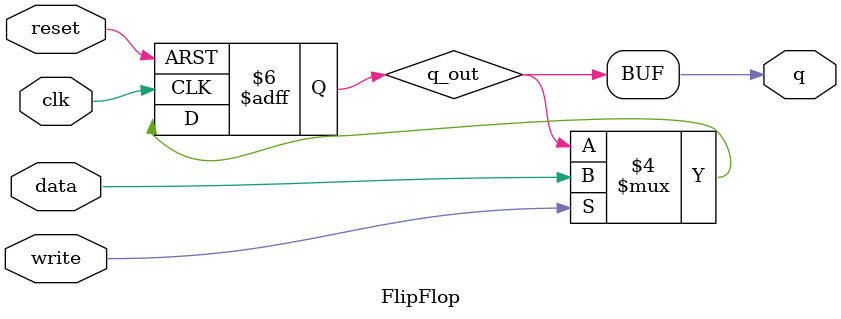
<source format=v>
`timescale 1ns / 1ps


module FlipFlop(
    input clk,
    input reset,
    input data,
    input write,
    output q
);

    reg q_out;
    
    always @(negedge clk, posedge reset)
        begin
            if (reset == 1'b1)
                q_out <= 1'b0;
            else if (write == 1'b1)
                q_out <= data;
        end   
        
    assign q = q_out;
    
endmodule
</source>
